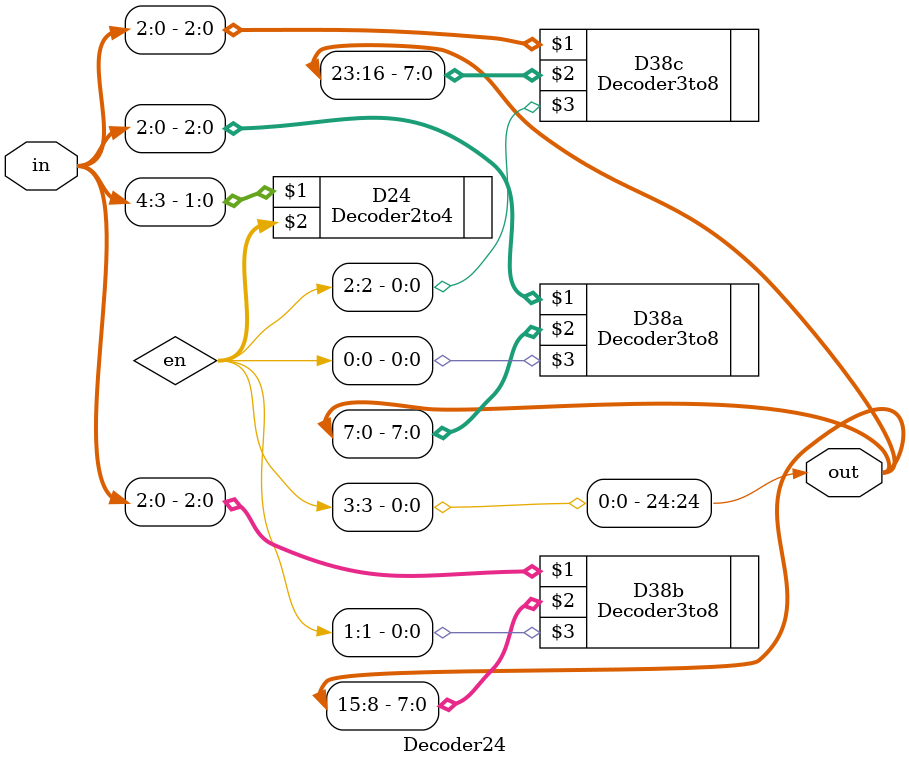
<source format=v>
module Decoder24(in,out);
input [7:0] in;
output [24:0] out;
wire [3:0] en;

Decoder2to4 D24(in[4:3],en);
Decoder3to8 D38a(in[2:0],out[7:0],en[0]);
Decoder3to8 D38b(in[2:0],out[15:8],en[1]);
Decoder3to8 D38c(in[2:0],out[23:16],en[2]);
assign out[24] = en[3];

endmodule





</source>
